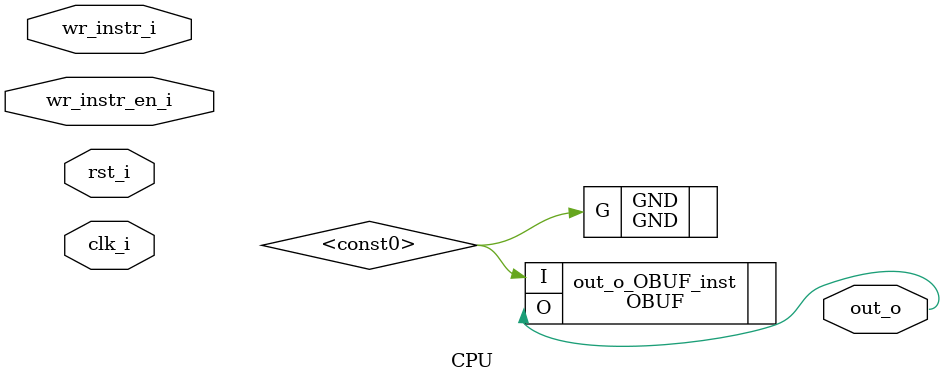
<source format=v>
`timescale 1 ps / 1 ps

(* ECO_CHECKSUM = "726190cd" *) 
(* STRUCTURAL_NETLIST = "yes" *)
module CPU
   (clk_i,
    rst_i,
    wr_instr_en_i,
    wr_instr_i,
    out_o);
  input clk_i;
  input rst_i;
  input wr_instr_en_i;
  input [7:0]wr_instr_i;
  output out_o;

  wire \<const0> ;
  wire out_o;

  GND GND
       (.G(\<const0> ));
  OBUF out_o_OBUF_inst
       (.I(\<const0> ),
        .O(out_o));
endmodule

</source>
